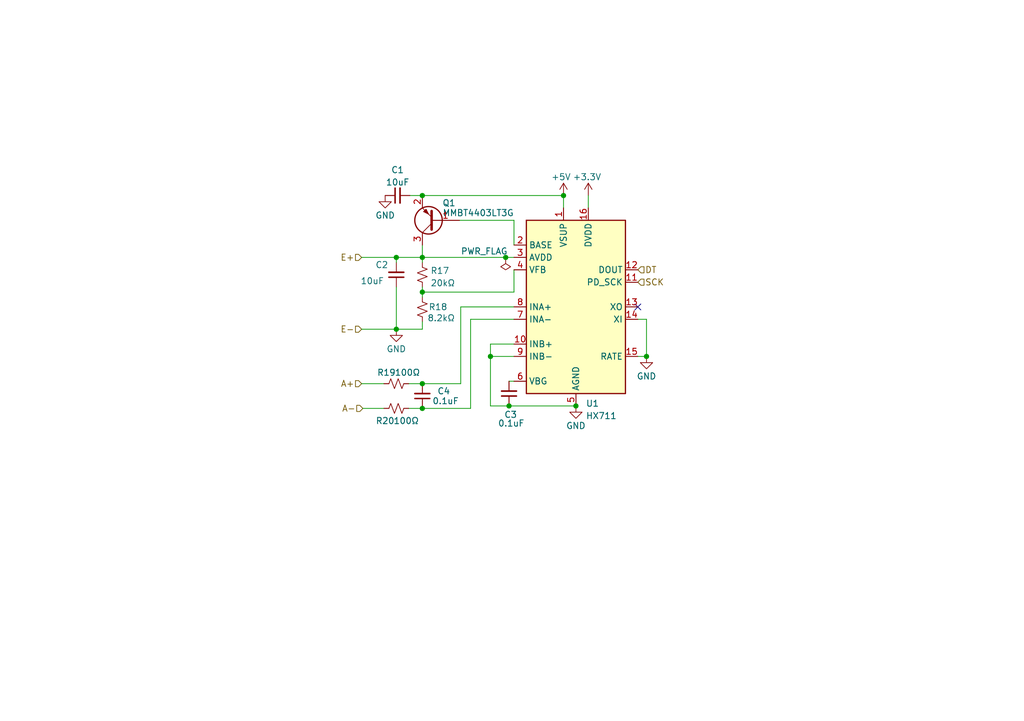
<source format=kicad_sch>
(kicad_sch (version 20211123) (generator eeschema)
  (paper "A5")
  (lib_symbols
    (symbol "Analog_ADC:HX711"
      (property "Reference" "U" (at 5.08 21.59 0))
      (property "Value" "HX711" (at 7.62 19.05 0))
      (symbol "HX711_0_1"
        (rectangle (start -10.16 17.78) (end 10.16 -17.78) (stroke (width 0.254)) (fill (type background)))
      )
      (symbol "HX711_1_1"
        (pin power_in line (at -2.54 20.32 270) (length 2.54) (name "VSUP") (number "1"))
        (pin input line (at -12.7 -7.62 0) (length 2.54) (name "INB+") (number "10"))
        (pin input line (at 12.7 5.08 180) (length 2.54) (name "PD_SCK") (number "11"))
        (pin output line (at 12.7 7.62 180) (length 2.54) (name "DOUT") (number "12"))
        (pin passive line (at 12.7 0 180) (length 2.54) (name "XO") (number "13"))
        (pin passive line (at 12.7 -2.54 180) (length 2.54) (name "XI") (number "14"))
        (pin input line (at 12.7 -10.16 180) (length 2.54) (name "RATE") (number "15"))
        (pin power_in line (at 2.54 20.32 270) (length 2.54) (name "DVDD") (number "16"))
        (pin passive line (at -12.7 12.7 0) (length 2.54) (name "BASE") (number "2"))
        (pin power_in line (at -12.7 10.16 0) (length 2.54) (name "AVDD") (number "3"))
        (pin input line (at -12.7 7.62 0) (length 2.54) (name "VFB") (number "4"))
        (pin power_in line (at 0 -20.32 90) (length 2.54) (name "AGND") (number "5"))
        (pin passive line (at -12.7 -15.24 0) (length 2.54) (name "VBG") (number "6"))
        (pin input line (at -12.7 -2.54 0) (length 2.54) (name "INA-") (number "7"))
        (pin input line (at -12.7 0 0) (length 2.54) (name "INA+") (number "8"))
        (pin input line (at -12.7 -10.16 0) (length 2.54) (name "INB-") (number "9"))
      )
    )
    (symbol "Device:C_Small" (pin_numbers hide) (pin_names (offset 0.254) hide)
      (property "Reference" "C" (at 0.254 1.778 0))
      (property "Value" "C_Small" (at 0.254 -2.032 0))
      (symbol "C_Small_0_1"
        (polyline (pts (xy -1.524 -0.508) (xy 1.524 -0.508)) (stroke (width 0.3302)))
        (polyline (pts (xy -1.524 0.508) (xy 1.524 0.508)) (stroke (width 0.3048)))
      )
      (symbol "C_Small_1_1"
        (pin passive line (at 0 2.54 270) (length 2.032) (name "~") (number "1"))
        (pin passive line (at 0 -2.54 90) (length 2.032) (name "~") (number "2"))
      )
    )
    (symbol "Device:R_Small_US" (pin_numbers hide) (pin_names (offset 0.254) hide)
      (property "Reference" "R" (at 0.762 0.508 0))
      (property "Value" "R_Small_US" (at 0.762 -1.016 0))
      (symbol "R_Small_US_1_1"
        (polyline (pts (xy 0 0) (xy 1.016 -0.381) (xy 0 -0.762) (xy -1.016 -1.143) (xy 0 -1.524)))
        (polyline (pts (xy 0 1.524) (xy 1.016 1.143) (xy 0 0.762) (xy -1.016 0.381) (xy 0 0)))
        (pin passive line (at 0 2.54 270) (length 1.016) (name "~") (number "1"))
        (pin passive line (at 0 -2.54 90) (length 1.016) (name "~") (number "2"))
      )
    )
    (symbol "Transistor_BJT:MMBT3906" (pin_names (offset 0) hide)
      (property "Reference" "Q" (at 5.08 1.905 0))
      (property "Value" "MMBT3906" (at 5.08 0 0))
      (symbol "MMBT3906_0_1"
        (polyline (pts (xy 0.635 0.635) (xy 2.54 2.54)))
        (polyline (pts (xy 0.635 -0.635) (xy 2.54 -2.54) (xy 2.54 -2.54)))
        (polyline (pts (xy 0.635 1.905) (xy 0.635 -1.905) (xy 0.635 -1.905)) (stroke (width 0.508)))
        (polyline (pts (xy 2.286 -1.778) (xy 1.778 -2.286) (xy 1.27 -1.27) (xy 2.286 -1.778) (xy 2.286 -1.778)) (fill (type outline)))
        (circle (center 1.27 0) (radius 2.8194) (stroke (width 0.254)))
      )
      (symbol "MMBT3906_1_1"
        (pin input line (at -5.08 0 0) (length 5.715) (name "B") (number "1"))
        (pin passive line (at 2.54 -5.08 90) (length 2.54) (name "E") (number "2"))
        (pin passive line (at 2.54 5.08 270) (length 2.54) (name "C") (number "3"))
      )
    )
    (symbol "power:+3.3V" (power) (pin_names (offset 0))
      (property "Value" "+3.3V" (at 0 3.556 0))
      (symbol "+3.3V_0_1"
        (polyline (pts (xy -0.762 1.27) (xy 0 2.54)))
        (polyline (pts (xy 0 0) (xy 0 2.54)))
        (polyline (pts (xy 0 2.54) (xy 0.762 1.27)))
      )
      (symbol "+3.3V_1_1"
        (pin power_in line (at 0 0 90) (length 0) hide (name "+3.3V") (number "1"))
      )
    )
    (symbol "power:+5V" (power) (pin_names (offset 0))
      (property "Value" "+5V" (at 0 3.556 0))
      (symbol "+5V_0_1"
        (polyline (pts (xy -0.762 1.27) (xy 0 2.54)))
        (polyline (pts (xy 0 0) (xy 0 2.54)))
        (polyline (pts (xy 0 2.54) (xy 0.762 1.27)))
      )
      (symbol "+5V_1_1"
        (pin power_in line (at 0 0 90) (length 0) hide (name "+5V") (number "1"))
      )
    )
    (symbol "power:GND" (power) (pin_names (offset 0))
      (property "Value" "GND" (at 0 -3.81 0))
      (symbol "GND_0_1"
        (polyline (pts (xy 0 0) (xy 0 -1.27) (xy 1.27 -1.27) (xy 0 -2.54) (xy -1.27 -1.27) (xy 0 -1.27)))
      )
      (symbol "GND_1_1"
        (pin power_in line (at 0 0 270) (length 0) hide (name "GND") (number "1"))
      )
    )
    (symbol "power:PWR_FLAG" (power) (pin_numbers hide) (pin_names (offset 0) hide)
      (property "Value" "PWR_FLAG" (at 0 3.81 0))
      (symbol "PWR_FLAG_0_0"
        (pin power_out line (at 0 0 90) (length 0) (name "pwr") (number "1"))
      )
      (symbol "PWR_FLAG_0_1"
        (polyline (pts (xy 0 0) (xy 0 1.27) (xy -1.016 1.905) (xy 0 2.54) (xy 1.016 1.905) (xy 0 1.27)))
      )
    )
  )
  (junction (at 86.614 52.832))
  (junction (at 115.57 40.132))
  (junction (at 86.614 59.944))
  (junction (at 100.584 73.152))
  (junction (at 86.614 83.82))
  (junction (at 103.7059 52.832))
  (junction (at 132.588 73.152))
  (junction (at 104.394 83.312))
  (junction (at 81.28 67.564))
  (junction (at 86.614 78.74))
  (junction (at 86.614 40.132))
  (junction (at 118.11 83.312))
  (junction (at 81.28 52.832))
  (no_connect (at 130.81 62.992))
  (wire (pts (xy 74.168 52.832) (xy 81.28 52.832)))
  (wire (pts (xy 84.074 40.132) (xy 86.614 40.132)))
  (wire (pts (xy 74.168 78.74) (xy 78.74 78.74)))
  (wire (pts (xy 86.614 67.564) (xy 81.28 67.564)))
  (wire (pts (xy 130.81 73.152) (xy 132.588 73.152)))
  (wire (pts (xy 105.41 45.212) (xy 105.41 50.292)))
  (wire (pts (xy 74.168 67.564) (xy 81.28 67.564)))
  (wire (pts (xy 86.614 59.944) (xy 105.41 59.944)))
  (wire (pts (xy 120.65 40.132) (xy 120.65 42.672)))
  (wire (pts (xy 104.394 78.232) (xy 105.41 78.232)))
  (wire (pts (xy 100.584 83.312) (xy 100.584 73.152)))
  (wire (pts (xy 86.614 59.944) (xy 86.614 60.96)))
  (wire (pts (xy 96.52 65.532) (xy 96.52 83.82)))
  (wire (pts (xy 132.588 65.532) (xy 132.588 73.152)))
  (wire (pts (xy 83.82 78.74) (xy 86.614 78.74)))
  (wire (pts (xy 105.41 55.372) (xy 105.41 59.944)))
  (wire (pts (xy 86.614 40.132) (xy 115.57 40.132)))
  (wire (pts (xy 81.28 52.832) (xy 86.614 52.832)))
  (wire (pts (xy 105.41 70.612) (xy 100.584 70.612)))
  (wire (pts (xy 81.28 58.928) (xy 81.28 67.564)))
  (wire (pts (xy 103.7059 52.832) (xy 105.41 52.832)))
  (wire (pts (xy 130.81 65.532) (xy 132.588 65.532)))
  (wire (pts (xy 86.614 83.82) (xy 96.52 83.82)))
  (wire (pts (xy 81.28 52.832) (xy 81.28 53.848)))
  (wire (pts (xy 86.614 50.292) (xy 86.614 52.832)))
  (wire (pts (xy 94.488 62.992) (xy 105.41 62.992)))
  (wire (pts (xy 86.614 58.928) (xy 86.614 59.944)))
  (wire (pts (xy 100.584 70.612) (xy 100.584 73.152)))
  (wire (pts (xy 86.614 78.74) (xy 94.488 78.74)))
  (wire (pts (xy 94.234 45.212) (xy 105.41 45.212)))
  (wire (pts (xy 86.614 66.04) (xy 86.614 67.564)))
  (wire (pts (xy 86.614 52.832) (xy 103.7059 52.832)))
  (wire (pts (xy 86.614 53.848) (xy 86.614 52.832)))
  (wire (pts (xy 115.57 40.132) (xy 115.57 42.672)))
  (wire (pts (xy 100.584 73.152) (xy 105.41 73.152)))
  (wire (pts (xy 74.422 83.82) (xy 78.74 83.82)))
  (wire (pts (xy 96.52 65.532) (xy 105.41 65.532)))
  (wire (pts (xy 104.394 83.312) (xy 118.11 83.312)))
  (wire (pts (xy 94.488 62.992) (xy 94.488 78.74)))
  (wire (pts (xy 83.82 83.82) (xy 86.614 83.82)))
  (wire (pts (xy 100.584 83.312) (xy 104.394 83.312)))
  (hierarchical_label "A+" (shape input) (at 74.168 78.74 180))
  (hierarchical_label "SCK" (shape input) (at 130.81 57.912 0))
  (hierarchical_label "A-" (shape input) (at 74.422 83.82 180))
  (hierarchical_label "E-" (shape input) (at 74.168 67.564 180))
  (hierarchical_label "E+" (shape input) (at 74.168 52.832 180))
  (hierarchical_label "DT" (shape input) (at 130.81 55.372 0))
  (symbol (lib_id "Device:C_Small") (at 81.534 40.132 90) (unit 1)
    (property "Reference" "C1" (at 81.5403 34.8701 90))
    (property "Value" "10uF" (at 81.5403 37.407 90))
    (property "Footprint" "Capacitor_SMD:C_0603_1608Metric" (effects hide))
  )
  (symbol (lib_id "power:+3.3V") (at 120.65 40.132 0) (unit 1)
    (property "Reference" "#PWR08" (effects hide))
    (property "Value" "+3.3V" (at 120.396 36.322 0))
  )
  (symbol (lib_id "power:GND") (at 81.28 67.564 0) (unit 1)
    (property "Reference" "#PWR09" (effects hide))
    (property "Value" "GND" (at 81.28 71.628 0))
  )
  (symbol (lib_id "power:GND") (at 78.994 40.132 0) (unit 1)
    (property "Reference" "#PWR06" (effects hide))
    (property "Value" "GND" (at 78.994 44.196 0))
  )
  (symbol (lib_id "power:+5V") (at 115.57 40.132 0) (unit 1)
    (property "Reference" "#PWR07" (effects hide))
    (property "Value" "+5V" (at 115.062 36.322 0))
  )
  (symbol (lib_id "Analog_ADC:HX711") (at 118.11 62.992 0) (unit 1)
    (property "Reference" "U1" (at 120.1294 82.8024 0) (effects (justify left)))
    (property "Value" "HX711" (at 120.1294 85.3393 0) (effects (justify left)))
    (property "Footprint" "Package_SO:SOP-16_3.9x9.9mm_P1.27mm" (effects hide))
    (property "Datasheet" "https://cdn.sparkfun.com/datasheets/Sensors/ForceFlex/hx711_english.pdf" (effects hide))
  )
  (symbol (lib_id "power:GND") (at 132.588 73.152 0) (unit 1)
    (property "Reference" "#PWR010" (effects hide))
    (property "Value" "GND" (at 132.588 77.216 0))
  )
  (symbol (lib_id "Transistor_BJT:MMBT3906") (at 89.154 45.212 180) (unit 1)
    (property "Reference" "Q1" (at 93.472 41.656 0) (effects (justify left)))
    (property "Value" "MMBT4403LT3G" (at 105.41 43.688 0) (effects (justify left)))
    (property "Footprint" "Package_TO_SOT_SMD:SOT-23" (effects hide))
    (property "Datasheet" "https://www.onsemi.com/pub/Collateral/2N3906-D.PDF" (effects hide))
  )
  (symbol (lib_id "Device:C_Small") (at 81.28 56.388 180) (unit 1)
    (property "Reference" "C2" (at 76.962 54.356 0) (effects (justify right)))
    (property "Value" "10uF" (at 73.914 57.658 0) (effects (justify right)))
    (property "Footprint" "Capacitor_SMD:C_0603_1608Metric" (effects hide))
  )
  (symbol (lib_id "Device:R_Small_US") (at 86.614 63.5 180) (unit 1)
    (property "Reference" "R18" (at 87.884 62.992 0) (effects (justify right)))
    (property "Value" "8.2kΩ" (at 87.63 65.278 0) (effects (justify right)))
    (property "Footprint" "Resistor_SMD:R_0603_1608Metric" (effects hide))
  )
  (symbol (lib_id "Device:C_Small") (at 104.394 80.772 180) (unit 1)
    (property "Reference" "C3" (at 103.378 85.09 0) (effects (justify right)))
    (property "Value" "0.1uF" (at 102.108 86.868 0) (effects (justify right)))
    (property "Footprint" "Capacitor_SMD:C_0603_1608Metric" (effects hide))
  )
  (symbol (lib_id "Device:C_Small") (at 86.614 81.28 180) (unit 1)
    (property "Reference" "C4" (at 89.662 80.264 0) (effects (justify right)))
    (property "Value" "0.1uF" (at 88.646 82.296 0) (effects (justify right)))
    (property "Footprint" "Capacitor_SMD:C_0603_1608Metric" (effects hide))
  )
  (symbol (lib_id "power:GND") (at 118.11 83.312 0) (unit 1)
    (property "Reference" "#PWR011" (effects hide))
    (property "Value" "GND" (at 118.11 87.376 0))
  )
  (symbol (lib_id "Device:R_Small_US") (at 81.28 83.82 270) (unit 1)
    (property "Reference" "R20" (at 78.994 86.36 90))
    (property "Value" "100Ω" (at 83.312 86.36 90))
    (property "Footprint" "Resistor_SMD:R_0603_1608Metric" (effects hide))
  )
  (symbol (lib_id "Device:R_Small_US") (at 86.614 56.388 180) (unit 1)
    (property "Reference" "R17" (at 88.265 55.5533 0) (effects (justify right)))
    (property "Value" "20kΩ" (at 88.265 58.0902 0) (effects (justify right)))
    (property "Footprint" "Resistor_SMD:R_0603_1608Metric" (effects hide))
  )
  (symbol (lib_id "Device:R_Small_US") (at 81.28 78.74 270) (unit 1)
    (property "Reference" "R19" (at 79.248 76.454 90))
    (property "Value" "100Ω" (at 83.566 76.454 90))
    (property "Footprint" "Resistor_SMD:R_0603_1608Metric" (effects hide))
  )
  (symbol (lib_id "power:PWR_FLAG") (at 103.7059 52.832 180) (unit 1)
    (property "Reference" "#FLG04" (effects hide))
    (property "Value" "PWR_FLAG" (at 99.314 51.562 0))
  )
)
</source>
